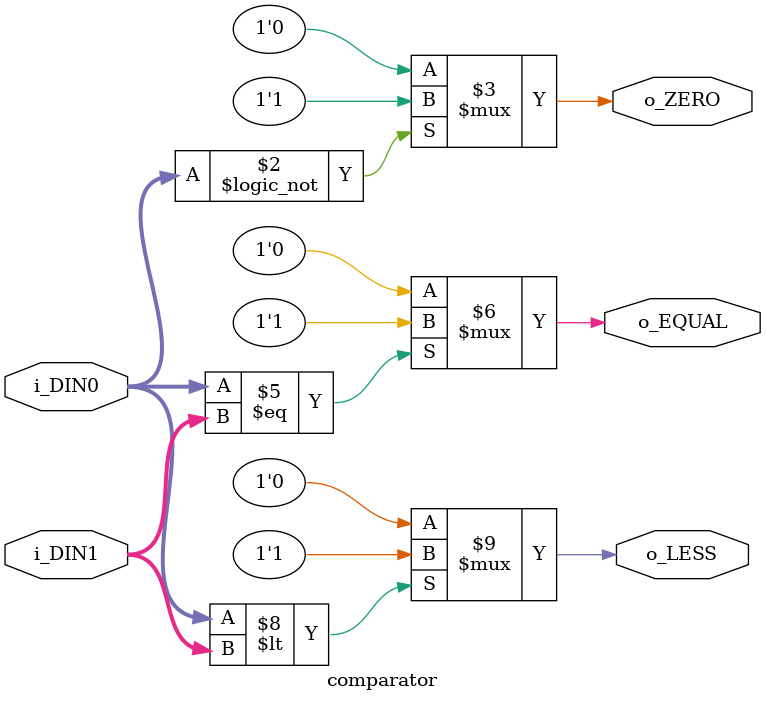
<source format=sv>
/*
 * File: comparator.sv
 * Author: Rebecca Quintino Do Ó
 * File function: Compares the input data DIN1 and DIN0, to see if DIN0 is equal to DIN1 or if DIN0 is less than DIN1 or if any data is equal to zero.
 * Created: 24/02/2025
 */

module comparator #(
    parameter p_WIDTH = 8  // Defines the bit width of the input vectors
)(
    input  logic [p_WIDTH-1:0] i_DIN0,  // First input vector
    input  logic [p_WIDTH-1:0] i_DIN1,  // Second input vector
    output logic o_ZERO,                // Output signal: '1' if any input is zero, else '0'
    output logic o_EQUAL,               // Output signal: '1' if i_DIN0 == i_DIN1, else '0'
    output logic o_LESS                 // Output signal: '1' if i_DIN0 < i_DIN1, else '0'
);

    // Process to check if i_DIN0 is zero
    always_comb begin
        // If all bits of i_DIN0 are '0', set o_ZERO to '1'.
        // Otherwise, set o_ZERO to '0'.
        o_ZERO = (i_DIN0 == {p_WIDTH{1'b0}}) ? 1'b1 : 1'b0;
    end

    // Process to check if both input vectors are equal
    always_comb begin
        // If i_DIN0 is equal to i_DIN1, set o_EQUAL to '1'.
        // Otherwise, set o_EQUAL to '0'.
        o_EQUAL = (i_DIN0 == i_DIN1) ? 1'b1 : 1'b0;
    end

    // Process to check if i_DIN0 is less than i_DIN1
    always_comb begin
        // If i_DIN0 is less than i_DIN1, set o_LESS to '1'.
        // Otherwise, set o_LESS to '0'.
        o_LESS = (i_DIN0 < i_DIN1) ? 1'b1 : 1'b0;
    end

endmodule

</source>
